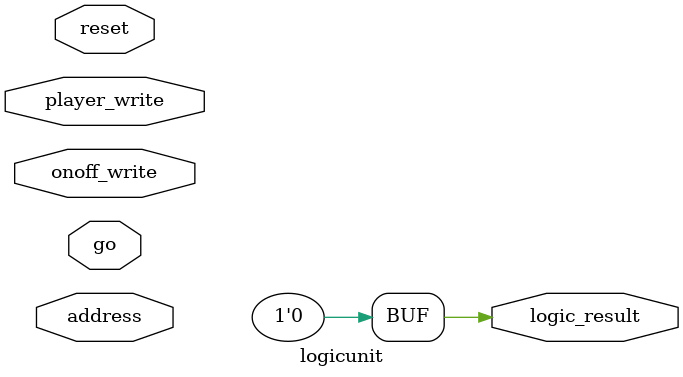
<source format=v>
`include "mylog.v"

module logicunit(
    input reset, // active-high reset
    input [2:0] address,
    input [5:0] onoff_write, // new value in onoff board column
    input [5:0] player_write, // new value in player board column
    input go,
    
    output reg logic_result); // SHOULD THIS BE 1 BIT??
    
    // the registers holding the current game state
    reg [5:0] col0, col1, col2, col3, col4, col5, col6; // columns
    reg [2:0] h0, h1, h2, h3, h4, h5, h6; // heights
    
    wire [2:0] height; // output of mylog
    
    initial begin 
        // set columns to zero
        col0 = 6'b0; col1 = 6'b0; col2 = 6'b0; col3 = 6'b0;
        col4 = 6'b0; col5 = 6'b0; col6 = 6'b0; 
        // set heights of columns to zero
        h0 = 3'b0; h1 = 3'b0; h2 = 3'b0; h3 = 3'b0; h4 = 3'b0;
        h5 = 3'b0; h6 = 3'b0;
        // set logic_result
        logic_result = 1'b0; // game not over yet
    end
    
    mylog logheight(onoff_write, height); // translate inputted onoff column
    
    always @(*) begin
        // update game board with given inputs
        if (go) begin
            case (address)
                3'd0: begin 
                    col0 <= player_write;
                    h0 <= height;
                end
                3'd1: begin 
                    col1 <= player_write;
                    h1 <= height;
                end
                3'd2: begin 
                    col2 <= player_write;
                    h2 <= height;
                end
                3'd3: begin 
                    col3 <= player_write;
                    h3 <= height;
                end
                3'd4: begin 
                    col4 <= player_write;
                    h4 <= height;
                end
                3'd5: begin 
                    col5 <= player_write;
                    h5 <= height;
                end
                3'd6: begin 
                    col6 <= player_write;
                    h6 <= height;
                end
                // don't need a default
            endcase
        end
        
        // reset game board if reset is high
        if (reset) begin
            // update columns
            col0 <= 6'b0;
            col1 <= 6'b0;
            col2 <= 6'b0;
            col3 <= 6'b0;
            col4 <= 6'b0;
            col5 <= 6'b0;
            col6 <= 6'b0;
            // update heights
            h0 <= 3'b0;
            h1 <= 3'b0;
            h2 <= 3'b0;
            h3 <= 3'b0;
            h4 <= 3'b0;
            h5 <= 3'b0;
            h6 <= 3'b0;
        end
        // now conduct logic to set logic_result
        // for now will just leave it as zero
        // conduct a search from the most recent insertion location
        // i.e. at address input
    end
    
endmodule

</source>
